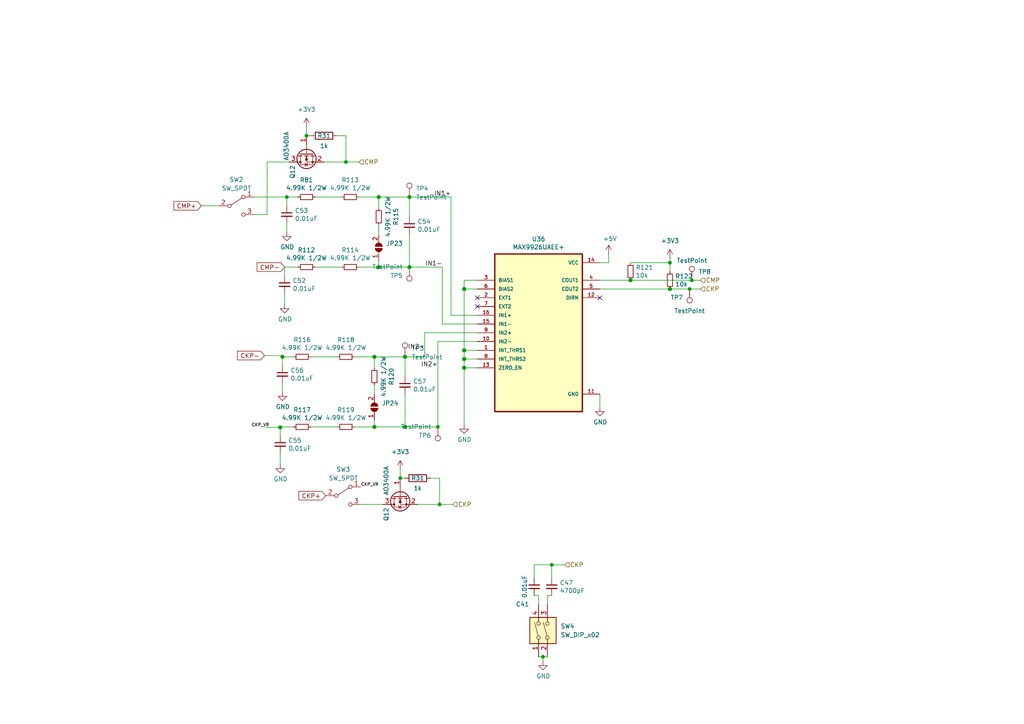
<source format=kicad_sch>
(kicad_sch (version 20230121) (generator eeschema)
  (paper "A4")
  (title_block (title "OpenEFI") (date "2023-10-13") (rev "4.0") (company "Churrosoft®") (comment 1 "CERN-OHL-S Licence"))
  (lib_symbols
    (symbol "Connector:TestPoint" (pin_numbers hide) (pin_names (offset 0.762) hide)
      (property "Reference" "TP" (at 0 6.858 0))
      (property "Value" "TestPoint" (at 0 5.08 0))
      (symbol "TestPoint_0_1"
        (circle (center 0 3.302) (radius 0.762))
      )
      (symbol "TestPoint_1_1"
        (pin passive line (at 0 0 90) (length 2.54) (name "1") (number "1"))
      )
    )
    (symbol "Device:C_Small" (pin_numbers hide) (pin_names (offset 0.254) hide)
      (property "Reference" "C" (at 0.254 1.778 0))
      (property "Value" "C_Small" (at 0.254 -2.032 0))
      (symbol "C_Small_0_1"
        (polyline (pts (xy -1.524 -0.508) (xy 1.524 -0.508)) (stroke (width 0.3302)))
        (polyline (pts (xy -1.524 0.508) (xy 1.524 0.508)) (stroke (width 0.3048)))
      )
      (symbol "C_Small_1_1"
        (pin passive line (at 0 2.54 270) (length 2.032) (name "~") (number "1"))
        (pin passive line (at 0 -2.54 90) (length 2.032) (name "~") (number "2"))
      )
    )
    (symbol "Device:R" (pin_numbers hide) (pin_names (offset 0))
      (property "Reference" "R" (at 2.032 0 90))
      (property "Value" "R" (at 0 0 90))
      (symbol "R_0_1"
        (rectangle (start -1.016 -2.54) (end 1.016 2.54) (stroke (width 0.254)))
      )
      (symbol "R_1_1"
        (pin passive line (at 0 3.81 270) (length 1.27) (name "~") (number "1"))
        (pin passive line (at 0 -3.81 90) (length 1.27) (name "~") (number "2"))
      )
    )
    (symbol "Device:R_Small" (pin_numbers hide) (pin_names (offset 0.254) hide)
      (property "Reference" "R" (at 0.762 0.508 0))
      (property "Value" "R_Small" (at 0.762 -1.016 0))
      (symbol "R_Small_0_1"
        (rectangle (start -0.762 1.778) (end 0.762 -1.778) (stroke (width 0.2032)))
      )
      (symbol "R_Small_1_1"
        (pin passive line (at 0 2.54 270) (length 0.762) (name "~") (number "1"))
        (pin passive line (at 0 -2.54 90) (length 0.762) (name "~") (number "2"))
      )
    )
    (symbol "Jumper:SolderJumper_2_Open" (pin_names (offset 0) hide)
      (property "Reference" "JP" (at 0 2.032 0))
      (property "Value" "SolderJumper_2_Open" (at 0 -2.54 0))
      (symbol "SolderJumper_2_Open_0_1"
        (arc (start -0.254 1.016) (mid -1.2656 0) (end -0.254 -1.016))
        (arc (start -0.254 1.016) (mid -1.2656 0) (end -0.254 -1.016) (fill (type outline)))
        (polyline (pts (xy -0.254 1.016) (xy -0.254 -1.016)))
        (polyline (pts (xy 0.254 1.016) (xy 0.254 -1.016)))
        (arc (start 0.254 -1.016) (mid 1.2656 0) (end 0.254 1.016))
        (arc (start 0.254 -1.016) (mid 1.2656 0) (end 0.254 1.016) (fill (type outline)))
      )
      (symbol "SolderJumper_2_Open_1_1"
        (pin passive line (at -3.81 0 0) (length 2.54) (name "A") (number "1"))
        (pin passive line (at 3.81 0 180) (length 2.54) (name "B") (number "2"))
      )
    )
    (symbol "OpenEFI-STM32-rev3:MAX9926UAEE+" (pin_names (offset 1.016))
      (property "Reference" "U" (at -12.7 23.8506 0))
      (property "Value" "MAX9926UAEE+" (at -12.7 -26.8478 0))
      (symbol "MAX9926UAEE+_0_0"
        (rectangle (start -12.7 -22.86) (end 12.7 22.86) (stroke (width 0.4064)) (fill (type background)))
        (pin input line (at -17.78 -5.08 0) (length 5.08) (name "INT_THRS1") (number "1"))
        (pin input line (at -17.78 -2.54 0) (length 5.08) (name "IN2-") (number "10"))
        (pin power_in line (at 17.78 -17.78 180) (length 5.08) (name "GND") (number "11"))
        (pin output line (at 17.78 10.16 180) (length 5.08) (name "DIRN") (number "12"))
        (pin input line (at -17.78 -10.16 0) (length 5.08) (name "ZERO_EN") (number "13"))
        (pin power_in line (at 17.78 20.32 180) (length 5.08) (name "VCC") (number "14"))
        (pin input line (at -17.78 2.54 0) (length 5.08) (name "IN1-") (number "15"))
        (pin input line (at -17.78 5.08 0) (length 5.08) (name "IN1+") (number "16"))
        (pin input line (at -17.78 10.16 0) (length 5.08) (name "EXT1") (number "2"))
        (pin input line (at -17.78 15.24 0) (length 5.08) (name "BIAS1") (number "3"))
        (pin output line (at 17.78 15.24 180) (length 5.08) (name "COUT1") (number "4"))
        (pin output line (at 17.78 12.7 180) (length 5.08) (name "COUT2") (number "5"))
        (pin input line (at -17.78 12.7 0) (length 5.08) (name "BIAS2") (number "6"))
        (pin input line (at -17.78 7.62 0) (length 5.08) (name "EXT2") (number "7"))
        (pin input line (at -17.78 -7.62 0) (length 5.08) (name "INT_THRS2") (number "8"))
        (pin input line (at -17.78 0 0) (length 5.08) (name "IN2+") (number "9"))
      )
    )
    (symbol "Switch:SW_DIP_x02" (pin_names (offset 0) hide)
      (property "Reference" "SW" (at 0 6.35 0))
      (property "Value" "SW_DIP_x02" (at 0 -3.81 0))
      (symbol "SW_DIP_x02_0_0"
        (circle (center -2.032 0) (radius 0.508))
        (circle (center -2.032 2.54) (radius 0.508))
        (polyline (pts (xy -1.524 0.127) (xy 2.3622 1.1684)))
        (polyline (pts (xy -1.524 2.667) (xy 2.3622 3.7084)))
        (circle (center 2.032 0) (radius 0.508))
        (circle (center 2.032 2.54) (radius 0.508))
      )
      (symbol "SW_DIP_x02_0_1"
        (rectangle (start -3.81 5.08) (end 3.81 -2.54) (stroke (width 0.254)) (fill (type background)))
      )
      (symbol "SW_DIP_x02_1_1"
        (pin passive line (at -7.62 2.54 0) (length 5.08) (name "~") (number "1"))
        (pin passive line (at -7.62 0 0) (length 5.08) (name "~") (number "2"))
        (pin passive line (at 7.62 0 180) (length 5.08) (name "~") (number "3"))
        (pin passive line (at 7.62 2.54 180) (length 5.08) (name "~") (number "4"))
      )
    )
    (symbol "Switch:SW_SPDT" (pin_names (offset 0) hide)
      (property "Reference" "SW" (at 0 4.318 0))
      (property "Value" "SW_SPDT" (at 0 -5.08 0))
      (symbol "SW_SPDT_0_0"
        (circle (center -2.032 0) (radius 0.508))
        (circle (center 2.032 -2.54) (radius 0.508))
      )
      (symbol "SW_SPDT_0_1"
        (polyline (pts (xy -1.524 0.254) (xy 1.651 2.286)))
        (circle (center 2.032 2.54) (radius 0.508))
      )
      (symbol "SW_SPDT_1_1"
        (pin passive line (at 5.08 2.54 180) (length 2.54) (name "A") (number "1"))
        (pin passive line (at -5.08 0 0) (length 2.54) (name "B") (number "2"))
        (pin passive line (at 5.08 -2.54 180) (length 2.54) (name "C") (number "3"))
      )
    )
    (symbol "Transistor_FET:AO3400A" (pin_names hide)
      (property "Reference" "Q" (at 5.08 1.905 0))
      (property "Value" "AO3400A" (at 5.08 0 0))
      (symbol "AO3400A_0_1"
        (polyline (pts (xy 0.254 0) (xy -2.54 0)))
        (polyline (pts (xy 0.254 1.905) (xy 0.254 -1.905)) (stroke (width 0.254)))
        (polyline (pts (xy 0.762 -1.27) (xy 0.762 -2.286)) (stroke (width 0.254)))
        (polyline (pts (xy 0.762 0.508) (xy 0.762 -0.508)) (stroke (width 0.254)))
        (polyline (pts (xy 0.762 2.286) (xy 0.762 1.27)) (stroke (width 0.254)))
        (polyline (pts (xy 2.54 2.54) (xy 2.54 1.778)))
        (polyline (pts (xy 2.54 -2.54) (xy 2.54 0) (xy 0.762 0)))
        (polyline (pts (xy 0.762 -1.778) (xy 3.302 -1.778) (xy 3.302 1.778) (xy 0.762 1.778)))
        (polyline (pts (xy 1.016 0) (xy 2.032 0.381) (xy 2.032 -0.381) (xy 1.016 0)) (fill (type outline)))
        (polyline (pts (xy 2.794 0.508) (xy 2.921 0.381) (xy 3.683 0.381) (xy 3.81 0.254)))
        (polyline (pts (xy 3.302 0.381) (xy 2.921 -0.254) (xy 3.683 -0.254) (xy 3.302 0.381)))
        (circle (center 1.651 0) (radius 2.794) (stroke (width 0.254)))
        (circle (center 2.54 -1.778) (radius 0.254) (fill (type outline)))
        (circle (center 2.54 1.778) (radius 0.254) (fill (type outline)))
      )
      (symbol "AO3400A_1_1"
        (pin input line (at -5.08 0 0) (length 2.54) (name "G") (number "1"))
        (pin passive line (at 2.54 -5.08 90) (length 2.54) (name "S") (number "2"))
        (pin passive line (at 2.54 5.08 270) (length 2.54) (name "D") (number "3"))
      )
    )
    (symbol "power:+3V3" (power) (pin_names (offset 0))
      (property "Value" "+3V3" (at 0 3.556 0))
      (symbol "+3V3_0_1"
        (polyline (pts (xy -0.762 1.27) (xy 0 2.54)))
        (polyline (pts (xy 0 0) (xy 0 2.54)))
        (polyline (pts (xy 0 2.54) (xy 0.762 1.27)))
      )
      (symbol "+3V3_1_1"
        (pin power_in line (at 0 0 90) (length 0) hide (name "+3V3") (number "1"))
      )
    )
    (symbol "power:+5V" (power) (pin_names (offset 0))
      (property "Value" "+5V" (at 0 3.556 0))
      (symbol "+5V_0_1"
        (polyline (pts (xy -0.762 1.27) (xy 0 2.54)))
        (polyline (pts (xy 0 0) (xy 0 2.54)))
        (polyline (pts (xy 0 2.54) (xy 0.762 1.27)))
      )
      (symbol "+5V_1_1"
        (pin power_in line (at 0 0 90) (length 0) hide (name "+5V") (number "1"))
      )
    )
    (symbol "power:GND" (power) (pin_names (offset 0))
      (property "Value" "GND" (at 0 -3.81 0))
      (symbol "GND_0_1"
        (polyline (pts (xy 0 0) (xy 0 -1.27) (xy 1.27 -1.27) (xy 0 -2.54) (xy -1.27 -1.27) (xy 0 -1.27)))
      )
      (symbol "GND_1_1"
        (pin power_in line (at 0 0 270) (length 0) hide (name "GND") (number "1"))
      )
    )
  )
  (junction (at 100.33 46.99))
  (junction (at 118.745 77.47) (diameter 1.016))
  (junction (at 194.31 83.82) (diameter 1.016))
  (junction (at 118.745 57.15) (diameter 1.016))
  (junction (at 127.508 146.304))
  (junction (at 83.185 57.15))
  (junction (at 108.585 103.505) (diameter 1.016))
  (junction (at 117.475 123.825) (diameter 1.016))
  (junction (at 134.62 104.14) (diameter 1.016))
  (junction (at 200.025 83.82) (diameter 0.9144))
  (junction (at 81.28 123.952) (diameter 1.016))
  (junction (at 134.62 83.82) (diameter 1.016))
  (junction (at 194.31 76.2))
  (junction (at 88.9 39.37))
  (junction (at 160.02 163.83))
  (junction (at 134.62 106.68) (diameter 1.016))
  (junction (at 81.915 103.505) (diameter 1.016))
  (junction (at 108.585 123.825) (diameter 1.016))
  (junction (at 182.88 81.28) (diameter 1.016))
  (junction (at 109.855 77.47) (diameter 1.016))
  (junction (at 117.475 103.505) (diameter 1.016))
  (junction (at 157.48 190.5))
  (junction (at 134.62 101.6) (diameter 1.016))
  (junction (at 109.855 57.15) (diameter 1.016))
  (junction (at 127 123.825) (diameter 0.9144))
  (junction (at 116.078 138.684))
  (junction (at 200.66 81.28) (diameter 0.9144))
  (no_connect (at 138.43 88.9))
  (no_connect (at 173.99 86.36))
  (no_connect (at 138.43 86.36))
  (wire (pts (xy 110.998 146.304) (xy 104.648 146.304)))
  (wire (pts (xy 90.17 103.505) (xy 97.79 103.505)))
  (wire (pts (xy 91.44 77.47) (xy 99.06 77.47)))
  (wire (pts (xy 128.27 77.47) (xy 118.745 77.47)))
  (wire (pts (xy 134.62 123.19) (xy 134.62 106.68)))
  (wire (pts (xy 109.855 77.47) (xy 118.745 77.47)))
  (wire (pts (xy 134.62 106.68) (xy 138.43 106.68)))
  (wire (pts (xy 134.62 101.6) (xy 138.43 101.6)))
  (wire (pts (xy 138.43 99.06) (xy 127 99.06)))
  (wire (pts (xy 134.62 104.14) (xy 138.43 104.14)))
  (wire (pts (xy 138.43 83.82) (xy 134.62 83.82)))
  (wire (pts (xy 100.33 39.37) (xy 100.33 46.99)))
  (wire (pts (xy 81.915 106.045) (xy 81.915 103.505)))
  (wire (pts (xy 173.99 81.28) (xy 182.88 81.28)))
  (wire (pts (xy 160.02 172.72) (xy 158.75 172.72)))
  (wire (pts (xy 173.99 83.82) (xy 194.31 83.82)))
  (wire (pts (xy 160.02 163.83) (xy 163.83 163.83)))
  (wire (pts (xy 118.745 57.15) (xy 109.855 57.15)))
  (wire (pts (xy 58.42 59.69) (xy 63.5 59.69)))
  (wire (pts (xy 134.62 104.14) (xy 134.62 101.6)))
  (wire (pts (xy 88.9 39.37) (xy 90.17 39.37)))
  (wire (pts (xy 108.585 106.68) (xy 108.585 103.505)))
  (wire (pts (xy 127 99.06) (xy 127 123.825)))
  (wire (pts (xy 138.43 81.28) (xy 134.62 81.28)))
  (wire (pts (xy 108.585 123.825) (xy 117.475 123.825)))
  (wire (pts (xy 117.475 103.505) (xy 108.585 103.505)))
  (wire (pts (xy 130.81 57.15) (xy 118.745 57.15)))
  (wire (pts (xy 127 123.825) (xy 117.475 123.825)))
  (wire (pts (xy 109.855 57.15) (xy 104.14 57.15)))
  (wire (pts (xy 138.43 91.44) (xy 130.81 91.44)))
  (wire (pts (xy 117.475 114.3) (xy 117.475 123.825)))
  (wire (pts (xy 157.48 190.5) (xy 157.48 191.77)))
  (wire (pts (xy 123.19 96.52) (xy 123.19 103.505)))
  (wire (pts (xy 108.585 121.92) (xy 108.585 123.825)))
  (wire (pts (xy 130.81 91.44) (xy 130.81 57.15)))
  (wire (pts (xy 82.55 85.09) (xy 82.55 88.265)))
  (wire (pts (xy 83.185 64.77) (xy 83.185 67.31)))
  (wire (pts (xy 76.962 123.952) (xy 81.28 123.952)))
  (wire (pts (xy 117.475 109.22) (xy 117.475 103.505)))
  (wire (pts (xy 104.14 77.47) (xy 109.855 77.47)))
  (wire (pts (xy 108.585 103.505) (xy 102.87 103.505)))
  (wire (pts (xy 134.62 81.28) (xy 134.62 83.82)))
  (wire (pts (xy 77.47 46.99) (xy 77.47 62.23)))
  (wire (pts (xy 81.28 123.825) (xy 85.09 123.825)))
  (wire (pts (xy 97.79 39.37) (xy 100.33 39.37)))
  (wire (pts (xy 128.27 93.98) (xy 128.27 77.47)))
  (wire (pts (xy 102.87 123.825) (xy 108.585 123.825)))
  (wire (pts (xy 156.21 172.72) (xy 156.21 175.26)))
  (wire (pts (xy 91.44 57.15) (xy 99.06 57.15)))
  (wire (pts (xy 194.31 83.82) (xy 200.025 83.82)))
  (wire (pts (xy 200.025 83.82) (xy 203.2 83.82)))
  (wire (pts (xy 194.31 74.93) (xy 194.31 76.2)))
  (wire (pts (xy 138.43 93.98) (xy 128.27 93.98)))
  (wire (pts (xy 82.55 80.01) (xy 82.55 77.47)))
  (wire (pts (xy 157.48 190.5) (xy 158.75 190.5)))
  (wire (pts (xy 154.94 167.64) (xy 154.94 163.83)))
  (wire (pts (xy 73.66 57.15) (xy 83.185 57.15)))
  (wire (pts (xy 81.915 103.505) (xy 85.09 103.505)))
  (wire (pts (xy 173.99 114.3) (xy 173.99 118.11)))
  (wire (pts (xy 194.31 78.74) (xy 194.31 76.2)))
  (wire (pts (xy 83.82 46.99) (xy 77.47 46.99)))
  (wire (pts (xy 182.88 81.28) (xy 200.66 81.28)))
  (wire (pts (xy 200.66 81.28) (xy 203.2 81.28)))
  (wire (pts (xy 127.508 146.304) (xy 121.158 146.304)))
  (wire (pts (xy 109.855 75.565) (xy 109.855 77.47)))
  (wire (pts (xy 81.28 123.952) (xy 81.28 126.365)))
  (wire (pts (xy 109.855 60.325) (xy 109.855 57.15)))
  (wire (pts (xy 118.745 67.945) (xy 118.745 77.47)))
  (wire (pts (xy 116.078 136.144) (xy 116.078 138.684)))
  (wire (pts (xy 116.078 138.684) (xy 117.348 138.684)))
  (wire (pts (xy 76.708 103.124) (xy 81.915 103.124)))
  (wire (pts (xy 127.508 138.684) (xy 127.508 146.304)))
  (wire (pts (xy 194.31 76.2) (xy 182.88 76.2)))
  (wire (pts (xy 81.915 103.124) (xy 81.915 103.505)))
  (wire (pts (xy 83.185 57.15) (xy 86.36 57.15)))
  (wire (pts (xy 134.62 83.82) (xy 134.62 101.6)))
  (wire (pts (xy 100.33 46.99) (xy 104.14 46.99)))
  (wire (pts (xy 123.19 103.505) (xy 117.475 103.505)))
  (wire (pts (xy 160.02 163.83) (xy 160.02 167.64)))
  (wire (pts (xy 90.17 123.825) (xy 97.79 123.825)))
  (wire (pts (xy 176.53 73.66) (xy 176.53 76.2)))
  (wire (pts (xy 124.968 138.684) (xy 127.508 138.684)))
  (wire (pts (xy 77.47 62.23) (xy 73.66 62.23)))
  (wire (pts (xy 88.9 36.83) (xy 88.9 39.37)))
  (wire (pts (xy 176.53 76.2) (xy 173.99 76.2)))
  (wire (pts (xy 156.21 190.5) (xy 157.48 190.5)))
  (wire (pts (xy 109.855 65.405) (xy 109.855 67.945)))
  (wire (pts (xy 100.33 46.99) (xy 93.98 46.99)))
  (wire (pts (xy 81.28 131.445) (xy 81.28 134.62)))
  (wire (pts (xy 83.185 59.69) (xy 83.185 57.15)))
  (wire (pts (xy 127.508 146.304) (xy 131.318 146.304)))
  (wire (pts (xy 138.43 96.52) (xy 123.19 96.52)))
  (wire (pts (xy 81.915 111.125) (xy 81.915 113.665)))
  (wire (pts (xy 158.75 172.72) (xy 158.75 175.26)))
  (wire (pts (xy 81.28 123.825) (xy 81.28 123.952)))
  (wire (pts (xy 82.55 77.47) (xy 86.36 77.47)))
  (wire (pts (xy 118.745 62.865) (xy 118.745 57.15)))
  (wire (pts (xy 134.62 106.68) (xy 134.62 104.14)))
  (wire (pts (xy 154.94 163.83) (xy 160.02 163.83)))
  (wire (pts (xy 108.585 111.76) (xy 108.585 114.3)))
  (wire (pts (xy 154.94 172.72) (xy 156.21 172.72)))
  (label "IN1+" (at 130.81 57.15 180))
  (label "IN2-" (at 123.19 101.6 180))
  (label "CKP_VR" (at 104.648 141.224 0) (effects (font (size 0.889 0.889))))
  (label "IN1-" (at 128.27 77.47 180))
  (label "CKP_VR" (at 78.1304 123.952 180) (effects (font (size 0.889 0.889))))
  (label "IN2+" (at 127 106.68 180))
  (global_label "CMP-" (shape input) (at 82.55 77.47 180) (property "Intersheetrefs" "${INTERSHEET_REFS}" (effects hide)))
  (global_label "CMP+" (shape input) (at 58.42 59.69 180) (property "Intersheetrefs" "${INTERSHEET_REFS}" (effects hide)))
  (global_label "CKP-" (shape input) (at 76.708 103.124 180) (property "Intersheetrefs" "${INTERSHEET_REFS}" (effects hide)))
  (global_label "CKP+" (shape input) (at 94.488 143.764 180) (property "Intersheetrefs" "${INTERSHEET_REFS}" (effects hide)))
  (hierarchical_label "CKP" (shape input) (at 131.318 146.304 0))
  (hierarchical_label "CMP" (shape input) (at 104.14 46.99 0))
  (hierarchical_label "CKP" (shape input) (at 203.2 83.82 0))
  (hierarchical_label "CKP" (shape input) (at 163.83 163.83 0))
  (hierarchical_label "CMP" (shape input) (at 203.2 81.28 0))
  (symbol (lib_id "Device:R_Small") (at 101.6 77.47 90) (unit 1)
    (property "Reference" "R114" (at 101.6 72.5232 90))
    (property "Value" "4.99K 1/2W" (at 101.6 74.8219 90))
    (property "Footprint" "Resistor_SMD:R_1210_3225Metric" (effects hide))
    (property "LCSC" "C407178" (effects hide))
  )
  (symbol (lib_id "Switch:SW_SPDT") (at 99.568 143.764 0) (unit 1)
    (property "Reference" "SW3" (at 99.568 136.144 0))
    (property "Value" "SW_SPDT" (at 99.568 138.684 0))
    (property "Footprint" "Button_Switch_THT:SW_Slide_1P2T_CK_OS102011MS2Q" (effects hide))
  )
  (symbol (lib_id "Device:R") (at 121.158 138.684 90) (mirror x) (unit 1)
    (property "Reference" "R31" (at 121.158 138.684 90))
    (property "Value" "1k" (at 121.158 141.6304 90))
    (property "Footprint" "Resistor_SMD:R_0603_1608Metric" (effects hide))
    (property "LCSC" "C21190" (effects hide))
    (instances (project "uEFI_rev3" (path "" (reference "R31") (unit 1)) (path "" (reference "R65") (unit 1))))
  )
  (symbol (lib_id "power:GND") (at 82.55 88.265 0) (unit 1)
    (property "Reference" "#PWR023" (effects hide))
    (property "Value" "GND" (at 82.6643 92.5894 0))
  )
  (symbol (lib_id "Transistor_FET:AO3400A") (at 116.078 143.764 90) (mirror x) (unit 1)
    (property "Reference" "Q12" (at 112.0139 147.193 0) (effects (justify left)))
    (property "Value" "AO3400A" (at 112.014 135.128 0) (effects (justify left)))
    (property "Footprint" "Package_TO_SOT_SMD:SOT-23" (effects hide))
    (property "Datasheet" "http://www.aosmd.com/pdfs/datasheet/AO3400A.pdf" (effects hide))
    (property "LCSC" "C347475" (effects hide))
    (instances (project "uEFI_rev3" (path "" (reference "Q12") (unit 1)) (path "" (reference "Q18") (unit 1))))
  )
  (symbol (lib_id "Device:C_Small") (at 160.02 170.18 0) (unit 1)
    (property "Reference" "C47" (at 162.3442 169.0306 0) (effects (justify left)))
    (property "Value" "4700pF" (at 162.3442 171.3293 0) (effects (justify left)))
    (property "Footprint" "Capacitor_SMD:C_0805_2012Metric" (effects hide))
  )
  (symbol (lib_id "Device:C_Small") (at 81.915 108.585 0) (unit 1)
    (property "Reference" "C56" (at 84.2392 107.4356 0) (effects (justify left)))
    (property "Value" "0.01uF" (at 84.2392 109.7343 0) (effects (justify left)))
    (property "Footprint" "Capacitor_SMD:C_0805_2012Metric" (effects hide))
    (property "LCSC" "C100042" (effects hide))
  )
  (symbol (lib_id "Device:R_Small") (at 87.63 123.825 90) (unit 1)
    (property "Reference" "R117" (at 87.63 118.8782 90))
    (property "Value" "4.99K 1/2W" (at 87.63 121.1769 90))
    (property "Footprint" "Resistor_SMD:R_1210_3225Metric" (effects hide))
    (property "LCSC" "C407178" (effects hide))
  )
  (symbol (lib_id "power:+5V") (at 176.53 73.66 0) (unit 1)
    (property "Reference" "#PWR0163" (effects hide))
    (property "Value" "+5V" (at 176.911 69.2658 0))
  )
  (symbol (lib_id "power:+3V3") (at 88.9 36.83 0) (unit 1)
    (property "Reference" "#PWR073" (effects hide))
    (property "Value" "+3V3" (at 88.9 31.75 0))
  )
  (symbol (lib_id "power:GND") (at 134.62 123.19 0) (unit 1)
    (property "Reference" "#PWR0176" (effects hide))
    (property "Value" "GND" (at 134.7343 127.5144 0))
  )
  (symbol (lib_id "Device:C_Small") (at 81.28 128.905 0) (unit 1)
    (property "Reference" "C55" (at 83.6042 127.7556 0) (effects (justify left)))
    (property "Value" "0.01uF" (at 83.6042 130.0543 0) (effects (justify left)))
    (property "Footprint" "Capacitor_SMD:C_0805_2012Metric" (effects hide))
    (property "LCSC" "C100042" (effects hide))
  )
  (symbol (lib_id "power:GND") (at 83.185 67.31 0) (unit 1)
    (property "Reference" "#PWR0172" (effects hide))
    (property "Value" "GND" (at 83.2993 71.6344 0))
  )
  (symbol (lib_id "Device:R_Small") (at 87.63 103.505 90) (unit 1)
    (property "Reference" "R116" (at 87.63 98.5582 90))
    (property "Value" "4.99K 1/2W" (at 87.63 100.8569 90))
    (property "Footprint" "Resistor_SMD:R_1210_3225Metric" (effects hide))
    (property "LCSC" "C407178" (effects hide))
  )
  (symbol (lib_id "Connector:TestPoint") (at 118.745 77.47 180) (unit 1)
    (property "Reference" "TP5" (at 116.84 79.9466 0) (effects (justify left)))
    (property "Value" "TestPoint" (at 116.84 77.4066 0) (effects (justify left)))
    (property "Footprint" "TestPoint:TestPoint_Pad_1.0x1.0mm" (effects hide))
  )
  (symbol (lib_id "power:GND") (at 81.915 113.665 0) (unit 1)
    (property "Reference" "#PWR0174" (effects hide))
    (property "Value" "GND" (at 82.0293 117.9894 0))
  )
  (symbol (lib_id "power:+3V3") (at 194.31 74.93 0) (unit 1)
    (property "Reference" "#PWR0162" (effects hide))
    (property "Value" "+3V3" (at 194.31 69.85 0))
  )
  (symbol (lib_id "Device:R_Small") (at 109.855 62.865 0) (unit 1)
    (property "Reference" "R115" (at 114.8018 62.865 90))
    (property "Value" "4.99K 1/2W" (at 112.5031 62.865 90))
    (property "Footprint" "Resistor_SMD:R_1210_3225Metric" (effects hide))
    (property "LCSC" "C407178" (effects hide))
  )
  (symbol (lib_id "Jumper:SolderJumper_2_Open") (at 108.585 118.11 90) (unit 1)
    (property "Reference" "JP24" (at 110.7187 116.9606 90) (effects (justify right)))
    (property "Value" "SolderJumper_2_Open" (effects hide))
    (property "Footprint" "Jumper:SolderJumper-2_P1.3mm_Open_RoundedPad1.0x1.5mm" (effects hide))
  )
  (symbol (lib_id "power:GND") (at 173.99 118.11 0) (unit 1)
    (property "Reference" "#PWR0177" (effects hide))
    (property "Value" "GND" (at 174.1043 122.4344 0))
  )
  (symbol (lib_id "Device:R_Small") (at 182.88 78.74 0) (unit 1)
    (property "Reference" "R121" (at 184.3787 77.5906 0) (effects (justify left)))
    (property "Value" "10k" (at 184.3787 79.8893 0) (effects (justify left)))
    (property "Footprint" "Resistor_SMD:R_0603_1608Metric" (effects hide))
  )
  (symbol (lib_id "power:GND") (at 81.28 134.62 0) (unit 1)
    (property "Reference" "#PWR0173" (effects hide))
    (property "Value" "GND" (at 81.3943 138.9444 0))
  )
  (symbol (lib_id "Switch:SW_SPDT") (at 68.58 59.69 0) (unit 1)
    (property "Reference" "SW2" (at 68.58 52.07 0))
    (property "Value" "SW_SPDT" (at 68.58 54.61 0))
    (property "Footprint" "Button_Switch_THT:SW_Slide_1P2T_CK_OS102011MS2Q" (effects hide))
  )
  (symbol (lib_id "power:GND") (at 157.48 191.77 0) (unit 1)
    (property "Reference" "#PWR055" (effects hide))
    (property "Value" "GND" (at 157.5943 196.0944 0))
  )
  (symbol (lib_id "Connector:TestPoint") (at 200.025 83.82 180) (unit 1)
    (property "Reference" "TP7" (at 198.12 86.2966 0) (effects (justify left)))
    (property "Value" "TestPoint" (at 204.47 90.17 0) (effects (justify left)))
    (property "Footprint" "TestPoint:TestPoint_Pad_1.0x1.0mm" (effects hide))
  )
  (symbol (lib_id "Device:R") (at 93.98 39.37 90) (mirror x) (unit 1)
    (property "Reference" "R31" (at 93.98 39.37 90))
    (property "Value" "1k" (at 93.98 42.3164 90))
    (property "Footprint" "Resistor_SMD:R_0603_1608Metric" (effects hide))
    (property "LCSC" "C21190" (effects hide))
    (instances (project "uEFI_rev3" (path "" (reference "R31") (unit 1)) (path "" (reference "R64") (unit 1))))
  )
  (symbol (lib_id "Device:R_Small") (at 100.33 103.505 90) (unit 1)
    (property "Reference" "R118" (at 100.33 98.5582 90))
    (property "Value" "4.99K 1/2W" (at 100.33 100.8569 90))
    (property "Footprint" "Resistor_SMD:R_1210_3225Metric" (effects hide))
    (property "LCSC" "C407178" (effects hide))
  )
  (symbol (lib_id "Device:R_Small") (at 194.31 81.28 0) (unit 1)
    (property "Reference" "R122" (at 195.8087 80.1306 0) (effects (justify left)))
    (property "Value" "10k" (at 195.8087 82.4293 0) (effects (justify left)))
    (property "Footprint" "Resistor_SMD:R_0603_1608Metric" (effects hide))
  )
  (symbol (lib_id "Switch:SW_DIP_x02") (at 158.75 182.88 90) (unit 1)
    (property "Reference" "SW4" (at 162.56 181.61 90) (effects (justify right)))
    (property "Value" "SW_DIP_x02" (at 162.56 184.15 90) (effects (justify right)))
  )
  (symbol (lib_id "Connector:TestPoint") (at 127 123.825 180) (unit 1)
    (property "Reference" "TP6" (at 125.095 126.3016 0) (effects (justify left)))
    (property "Value" "TestPoint" (at 125.095 123.7616 0) (effects (justify left)))
    (property "Footprint" "TestPoint:TestPoint_Pad_1.0x1.0mm" (effects hide))
  )
  (symbol (lib_id "OpenEFI-STM32-rev3:MAX9926UAEE+") (at 156.21 96.52 0) (unit 1)
    (property "Reference" "U36" (at 156.21 69.3736 0))
    (property "Value" "MAX9926UAEE+" (at 156.21 71.6723 0))
    (property "Footprint" "OpenEFI-STM32F_rev3:SOP63P602X175-16N" (effects hide))
    (property "Description" "Variable Reluctance Sensor Interface 16-Pin QSOP Tube" (effects hide))
    (property "MF" "Maxim Integrated" (effects hide))
    (property "Availability" "Unavailable" (effects hide))
    (property "Package" "QSOP-16 Maxim" (effects hide))
    (property "MP" "MAX9926UAEE+" (effects hide))
    (property "Price" "None" (effects hide))
  )
  (symbol (lib_id "Device:C_Small") (at 154.94 170.18 0) (unit 1)
    (property "Reference" "C41" (at 149.606 175.26 0) (effects (justify left)))
    (property "Value" "0.01uF" (at 152.146 173.482 90) (effects (justify left)))
    (property "Footprint" "Capacitor_SMD:C_0805_2012Metric" (effects hide))
    (property "LCSC" "C100042" (effects hide))
  )
  (symbol (lib_id "Device:C_Small") (at 118.745 65.405 0) (unit 1)
    (property "Reference" "C54" (at 121.0692 64.2556 0) (effects (justify left)))
    (property "Value" "0.01uF" (at 121.0692 66.5543 0) (effects (justify left)))
    (property "Footprint" "Capacitor_SMD:C_0805_2012Metric" (effects hide))
    (property "LCSC" "C100042" (effects hide))
  )
  (symbol (lib_id "Device:R_Small") (at 100.33 123.825 90) (unit 1)
    (property "Reference" "R119" (at 100.33 118.8782 90))
    (property "Value" "4.99K 1/2W" (at 100.33 121.1769 90))
    (property "Footprint" "Resistor_SMD:R_1210_3225Metric" (effects hide))
    (property "LCSC" "C407178" (effects hide))
  )
  (symbol (lib_id "Device:R_Small") (at 88.9 77.47 90) (unit 1)
    (property "Reference" "R112" (at 88.9 72.5232 90))
    (property "Value" "4.99K 1/2W" (at 88.9 74.8219 90))
    (property "Footprint" "Resistor_SMD:R_1210_3225Metric" (effects hide))
    (property "LCSC" "C407178" (effects hide))
  )
  (symbol (lib_id "Device:R_Small") (at 101.6 57.15 90) (unit 1)
    (property "Reference" "R113" (at 101.6 52.2032 90))
    (property "Value" "4.99K 1/2W" (at 101.6 54.5019 90))
    (property "Footprint" "Resistor_SMD:R_1210_3225Metric" (effects hide))
    (property "LCSC" "C407178" (effects hide))
  )
  (symbol (lib_id "Device:R_Small") (at 88.9 57.15 90) (unit 1)
    (property "Reference" "R81" (at 88.9 52.2032 90))
    (property "Value" "4.99K 1/2W" (at 88.9 54.5019 90))
    (property "Footprint" "Resistor_SMD:R_1210_3225Metric" (effects hide))
    (property "LCSC" "C407178" (effects hide))
  )
  (symbol (lib_id "Device:R_Small") (at 108.585 109.22 0) (unit 1)
    (property "Reference" "R120" (at 113.5318 109.22 90))
    (property "Value" "4.99K 1/2W" (at 111.2331 109.22 90))
    (property "Footprint" "Resistor_SMD:R_1210_3225Metric" (effects hide))
    (property "LCSC" "C407178" (effects hide))
  )
  (symbol (lib_id "Device:C_Small") (at 117.475 111.76 0) (unit 1)
    (property "Reference" "C57" (at 119.7992 110.6106 0) (effects (justify left)))
    (property "Value" "0.01uF" (at 119.7992 112.9093 0) (effects (justify left)))
    (property "Footprint" "Capacitor_SMD:C_0805_2012Metric" (effects hide))
    (property "LCSC" "C100042" (effects hide))
  )
  (symbol (lib_id "power:+3V3") (at 116.078 136.144 0) (unit 1)
    (property "Reference" "#PWR074" (effects hide))
    (property "Value" "+3V3" (at 116.078 131.064 0))
  )
  (symbol (lib_id "Connector:TestPoint") (at 200.66 81.28 0) (unit 1)
    (property "Reference" "TP8" (at 202.565 78.8034 0) (effects (justify left)))
    (property "Value" "TestPoint" (at 196.215 75.565 0) (effects (justify left)))
    (property "Footprint" "TestPoint:TestPoint_Pad_1.0x1.0mm" (effects hide))
  )
  (symbol (lib_id "Transistor_FET:AO3400A") (at 88.9 44.45 90) (mirror x) (unit 1)
    (property "Reference" "Q12" (at 84.8359 47.879 0) (effects (justify left)))
    (property "Value" "AO3400A" (at 83.058 38.1 0) (effects (justify left)))
    (property "Footprint" "Package_TO_SOT_SMD:SOT-23" (effects hide))
    (property "Datasheet" "http://www.aosmd.com/pdfs/datasheet/AO3400A.pdf" (effects hide))
    (property "LCSC" "C347475" (effects hide))
    (instances (project "uEFI_rev3" (path "" (reference "Q12") (unit 1)) (path "" (reference "Q17") (unit 1))))
  )
  (symbol (lib_id "Device:C_Small") (at 82.55 82.55 0) (unit 1)
    (property "Reference" "C52" (at 84.8742 81.4006 0) (effects (justify left)))
    (property "Value" "0.01uF" (at 84.8742 83.6993 0) (effects (justify left)))
    (property "Footprint" "Capacitor_SMD:C_0805_2012Metric" (effects hide))
    (property "LCSC" "C100042" (effects hide))
  )
  (symbol (lib_id "Device:C_Small") (at 83.185 62.23 0) (unit 1)
    (property "Reference" "C53" (at 85.5092 61.0806 0) (effects (justify left)))
    (property "Value" "0.01uF" (at 85.5092 63.3793 0) (effects (justify left)))
    (property "Footprint" "Capacitor_SMD:C_0805_2012Metric" (effects hide))
    (property "LCSC" "C100042" (effects hide))
  )
  (symbol (lib_id "Connector:TestPoint") (at 117.475 103.505 0) (unit 1)
    (property "Reference" "TP3" (at 119.38 101.0284 0) (effects (justify left)))
    (property "Value" "TestPoint" (at 119.38 103.5684 0) (effects (justify left)))
    (property "Footprint" "TestPoint:TestPoint_Pad_1.0x1.0mm" (effects hide))
  )
  (symbol (lib_id "Jumper:SolderJumper_2_Open") (at 109.855 71.755 90) (unit 1)
    (property "Reference" "JP23" (at 111.9887 70.6056 90) (effects (justify right)))
    (property "Value" "SolderJumper_2_Open" (effects hide))
    (property "Footprint" "Jumper:SolderJumper-2_P1.3mm_Open_RoundedPad1.0x1.5mm" (effects hide))
  )
  (symbol (lib_id "Connector:TestPoint") (at 118.745 57.15 0) (unit 1)
    (property "Reference" "TP4" (at 120.65 54.6734 0) (effects (justify left)))
    (property "Value" "TestPoint" (at 120.65 57.2134 0) (effects (justify left)))
    (property "Footprint" "TestPoint:TestPoint_Pad_1.0x1.0mm" (effects hide))
  )
)
</source>
